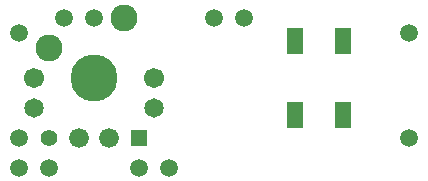
<source format=gts>
G04 (created by PCBNEW (2013-may-18)-stable) date Sun 23 Aug 2015 06:19:44 PM EDT*
%MOIN*%
G04 Gerber Fmt 3.4, Leading zero omitted, Abs format*
%FSLAX34Y34*%
G01*
G70*
G90*
G04 APERTURE LIST*
%ADD10C,0.00590551*%
%ADD11C,0.065*%
%ADD12C,0.0590551*%
%ADD13C,0.066*%
%ADD14R,0.055X0.055*%
%ADD15C,0.055*%
%ADD16C,0.09*%
%ADD17C,0.157*%
%ADD18C,0.067*%
%ADD19R,0.0551X0.0906*%
G04 APERTURE END LIST*
G54D10*
G54D11*
X96000Y-44500D03*
X100000Y-44500D03*
G54D12*
X98000Y-41500D03*
X97000Y-41500D03*
X95500Y-45500D03*
X95500Y-42000D03*
X95500Y-46500D03*
X96500Y-46500D03*
X108500Y-42000D03*
X108500Y-45500D03*
X102000Y-41500D03*
X103000Y-41500D03*
G54D13*
X97500Y-45500D03*
X98500Y-45500D03*
G54D14*
X99500Y-45500D03*
G54D15*
X96500Y-45500D03*
G54D16*
X99000Y-41500D03*
X96500Y-42500D03*
G54D17*
X98000Y-43500D03*
G54D18*
X96000Y-43500D03*
X100000Y-43500D03*
G54D12*
X100500Y-46500D03*
X99500Y-46500D03*
G54D19*
X104712Y-44740D03*
X106287Y-42260D03*
X104713Y-42260D03*
X106287Y-44740D03*
M02*

</source>
